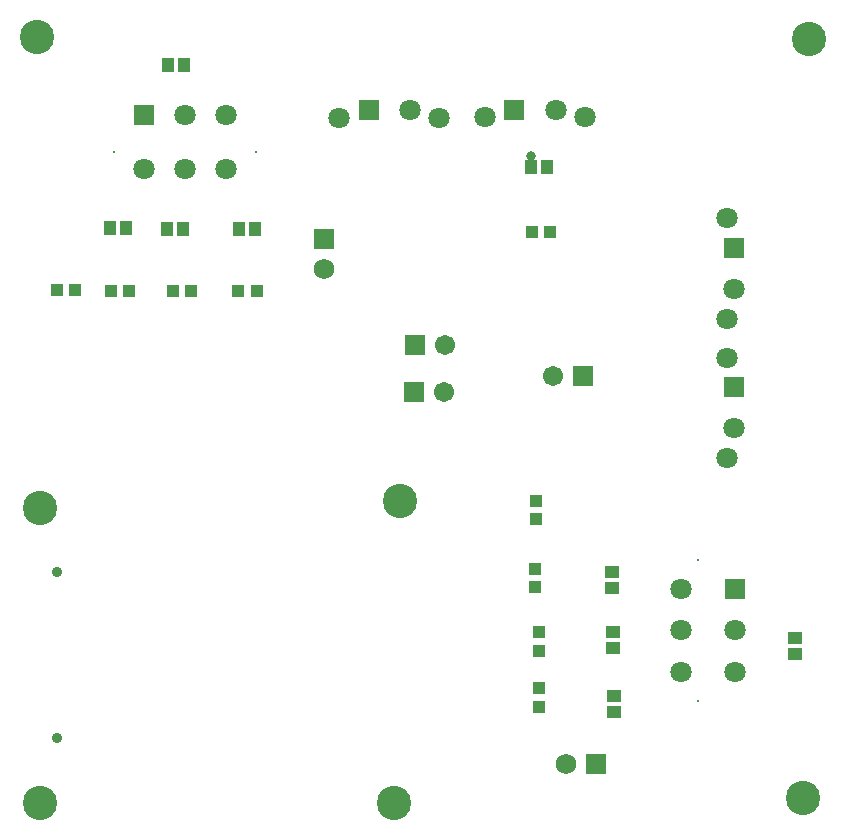
<source format=gbs>
G04*
G04 #@! TF.GenerationSoftware,Altium Limited,Altium Designer,18.0.11 (651)*
G04*
G04 Layer_Color=16711935*
%FSLAX25Y25*%
%MOIN*%
G70*
G01*
G75*
%ADD46R,0.04143X0.04537*%
%ADD50R,0.04147X0.04147*%
%ADD52R,0.04537X0.04143*%
%ADD66R,0.04147X0.04147*%
%ADD67R,0.06800X0.06800*%
%ADD68C,0.06800*%
%ADD69R,0.06800X0.06800*%
%ADD70C,0.07099*%
%ADD71R,0.07099X0.07099*%
%ADD72R,0.07099X0.07099*%
%ADD73C,0.00800*%
%ADD74C,0.03556*%
%ADD75C,0.06706*%
%ADD76R,0.06706X0.06706*%
%ADD77C,0.11430*%
%ADD78C,0.03162*%
D46*
X179724Y222126D02*
D03*
X174409D02*
D03*
X52953Y201468D02*
D03*
X58268D02*
D03*
X33957Y201783D02*
D03*
X39272D02*
D03*
X82480Y201468D02*
D03*
X77165D02*
D03*
X58858Y256193D02*
D03*
X53543D02*
D03*
D50*
X180905Y200394D02*
D03*
X174803D02*
D03*
X82973Y180996D02*
D03*
X76870D02*
D03*
X22441Y181102D02*
D03*
X16339D02*
D03*
X61024Y180996D02*
D03*
X54921D02*
D03*
X40453D02*
D03*
X34350D02*
D03*
D52*
X202126Y45760D02*
D03*
Y40445D02*
D03*
X201732Y67216D02*
D03*
Y61902D02*
D03*
X201339Y81882D02*
D03*
Y87197D02*
D03*
X262283Y59835D02*
D03*
Y65150D02*
D03*
D66*
X176063Y104717D02*
D03*
Y110819D02*
D03*
X175669Y82177D02*
D03*
Y88279D02*
D03*
X177244Y42315D02*
D03*
Y48417D02*
D03*
X176929Y60917D02*
D03*
Y67020D02*
D03*
D67*
X105512Y198031D02*
D03*
D68*
Y188189D02*
D03*
X186179Y23024D02*
D03*
D69*
X196021D02*
D03*
D70*
X192520Y238858D02*
D03*
X159055D02*
D03*
X182677Y241339D02*
D03*
X239646Y171653D02*
D03*
Y205118D02*
D03*
X242126Y181496D02*
D03*
X224410Y81496D02*
D03*
Y67716D02*
D03*
Y53937D02*
D03*
X242520D02*
D03*
Y67716D02*
D03*
X242126Y135039D02*
D03*
X239646Y158661D02*
D03*
Y125197D02*
D03*
X143898Y238575D02*
D03*
X110433D02*
D03*
X134055Y241055D02*
D03*
X45276Y221547D02*
D03*
X59055D02*
D03*
X72835D02*
D03*
Y239657D02*
D03*
X59055D02*
D03*
D71*
X168898Y241339D02*
D03*
X120276Y241055D02*
D03*
X45276Y239657D02*
D03*
D72*
X242126Y195276D02*
D03*
X242520Y81496D02*
D03*
X242126Y148819D02*
D03*
D73*
X230000Y44094D02*
D03*
Y91339D02*
D03*
X82677Y227138D02*
D03*
X35433D02*
D03*
D74*
X16543Y87209D02*
D03*
Y31697D02*
D03*
D75*
X145433Y147138D02*
D03*
X181733Y152363D02*
D03*
X145669Y162992D02*
D03*
D76*
X135433Y147138D02*
D03*
X191733Y152363D02*
D03*
X135669Y162992D02*
D03*
D77*
X264961Y11811D02*
D03*
X266929Y264961D02*
D03*
X9843Y265642D02*
D03*
X10638Y10240D02*
D03*
X128748D02*
D03*
X130709Y110736D02*
D03*
X10638Y108665D02*
D03*
D78*
X174409Y225984D02*
D03*
M02*

</source>
